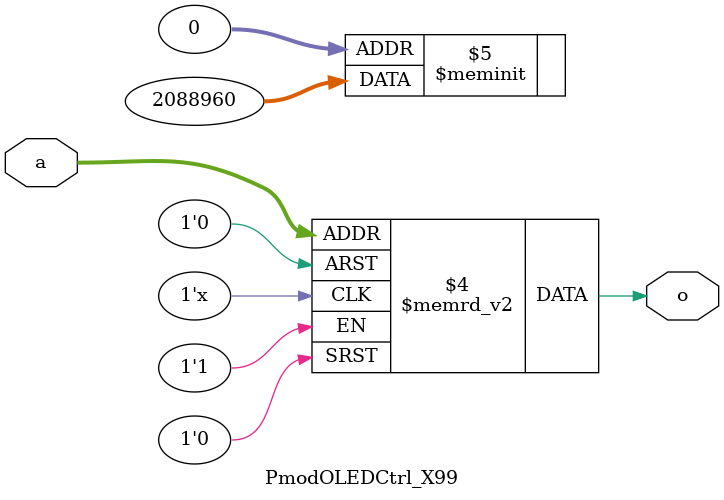
<source format=v>
module PmodOLEDCtrl_X99(a,o);
	input[4:0]  a;
	output reg[0:0]  o;
	always @(a)
	begin
		case(a)
			5'b00000: o = 1'b0;
			5'b00001: o = 1'b0;
			5'b00010: o = 1'b0;
			5'b00011: o = 1'b0;
			5'b00100: o = 1'b0;
			5'b00101: o = 1'b0;
			5'b00110: o = 1'b0;
			5'b00111: o = 1'b0;
			5'b01000: o = 1'b0;
			5'b01001: o = 1'b0;
			5'b01010: o = 1'b0;
			5'b01011: o = 1'b0;
			5'b01100: o = 1'b0;
			5'b01101: o = 1'b1;
			5'b01110: o = 1'b1;
			5'b01111: o = 1'b1;
			5'b10000: o = 1'b1;
			5'b10001: o = 1'b1;
			5'b10010: o = 1'b1;
			5'b10011: o = 1'b1;
			5'b10100: o = 1'b1;
			5'b10101: o = 1'b0;
			5'b10110: o = 1'b0;
			5'b10111: o = 1'b0;
			5'b11000: o = 1'b0;
			5'b11001: o = 1'b0;
			5'b11010: o = 1'b0;
			5'b11011: o = 1'b0;
			5'b11100: o = 1'b0;
//			 default 0
//			 Parallel mux
			default:  o = 1'b0;
		endcase
	end
endmodule

</source>
